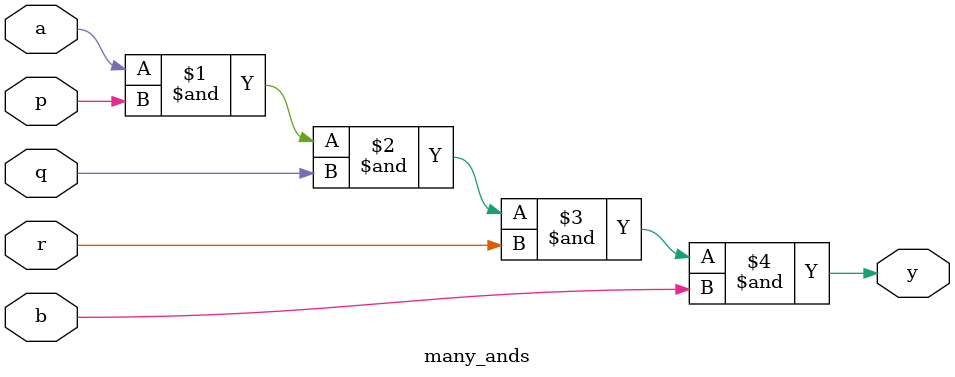
<source format=v>

module many_ands
(
input a,
input p,
input q,
input r,
input b,
output y
);

assign y = (((a & p) & q) & r) & b;

endmodule
</source>
